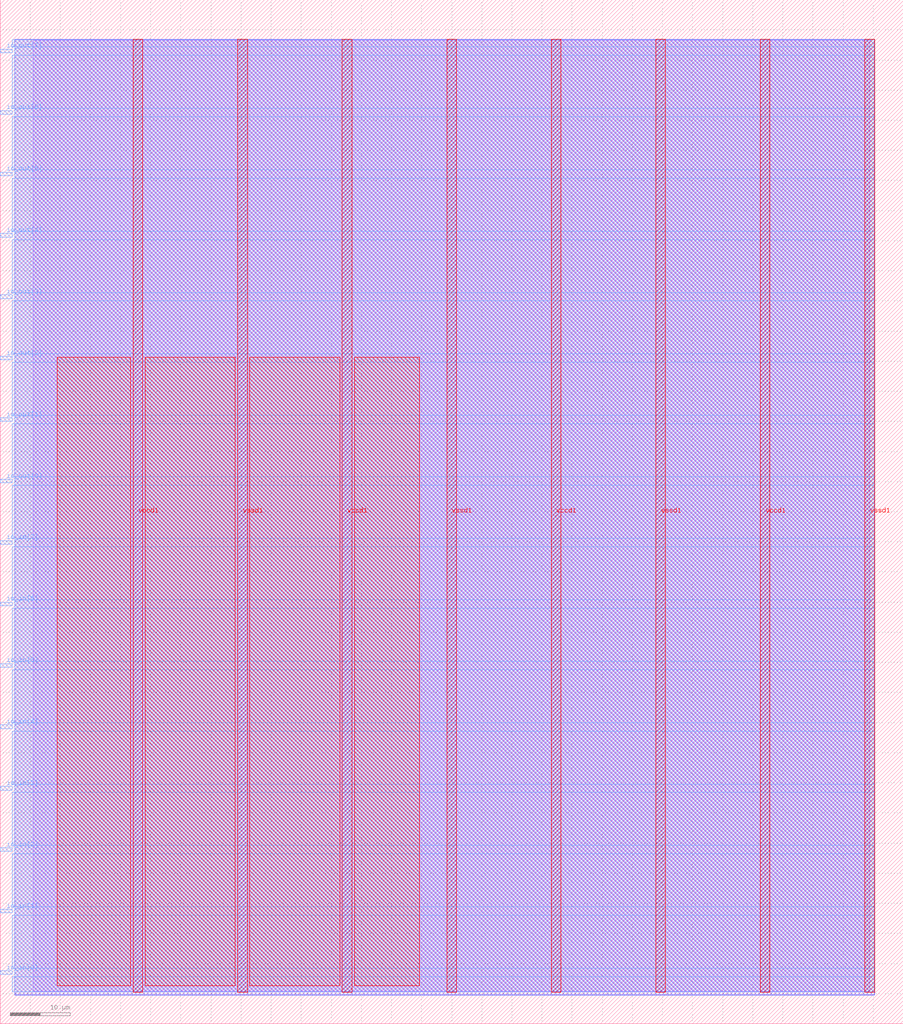
<source format=lef>
VERSION 5.7 ;
  NOWIREEXTENSIONATPIN ON ;
  DIVIDERCHAR "/" ;
  BUSBITCHARS "[]" ;
MACRO gregdavill_clock_top
  CLASS BLOCK ;
  FOREIGN gregdavill_clock_top ;
  ORIGIN 0.000 0.000 ;
  SIZE 150.000 BY 170.000 ;
  PIN io_in[0]
    DIRECTION INPUT ;
    USE SIGNAL ;
    PORT
      LAYER met3 ;
        RECT 0.000 8.200 2.000 8.800 ;
    END
  END io_in[0]
  PIN io_in[1]
    DIRECTION INPUT ;
    USE SIGNAL ;
    PORT
      LAYER met3 ;
        RECT 0.000 18.400 2.000 19.000 ;
    END
  END io_in[1]
  PIN io_in[2]
    DIRECTION INPUT ;
    USE SIGNAL ;
    PORT
      LAYER met3 ;
        RECT 0.000 28.600 2.000 29.200 ;
    END
  END io_in[2]
  PIN io_in[3]
    DIRECTION INPUT ;
    USE SIGNAL ;
    PORT
      LAYER met3 ;
        RECT 0.000 38.800 2.000 39.400 ;
    END
  END io_in[3]
  PIN io_in[4]
    DIRECTION INPUT ;
    USE SIGNAL ;
    PORT
      LAYER met3 ;
        RECT 0.000 49.000 2.000 49.600 ;
    END
  END io_in[4]
  PIN io_in[5]
    DIRECTION INPUT ;
    USE SIGNAL ;
    PORT
      LAYER met3 ;
        RECT 0.000 59.200 2.000 59.800 ;
    END
  END io_in[5]
  PIN io_in[6]
    DIRECTION INPUT ;
    USE SIGNAL ;
    PORT
      LAYER met3 ;
        RECT 0.000 69.400 2.000 70.000 ;
    END
  END io_in[6]
  PIN io_in[7]
    DIRECTION INPUT ;
    USE SIGNAL ;
    PORT
      LAYER met3 ;
        RECT 0.000 79.600 2.000 80.200 ;
    END
  END io_in[7]
  PIN io_out[0]
    DIRECTION OUTPUT TRISTATE ;
    USE SIGNAL ;
    PORT
      LAYER met3 ;
        RECT 0.000 89.800 2.000 90.400 ;
    END
  END io_out[0]
  PIN io_out[1]
    DIRECTION OUTPUT TRISTATE ;
    USE SIGNAL ;
    PORT
      LAYER met3 ;
        RECT 0.000 100.000 2.000 100.600 ;
    END
  END io_out[1]
  PIN io_out[2]
    DIRECTION OUTPUT TRISTATE ;
    USE SIGNAL ;
    PORT
      LAYER met3 ;
        RECT 0.000 110.200 2.000 110.800 ;
    END
  END io_out[2]
  PIN io_out[3]
    DIRECTION OUTPUT TRISTATE ;
    USE SIGNAL ;
    PORT
      LAYER met3 ;
        RECT 0.000 120.400 2.000 121.000 ;
    END
  END io_out[3]
  PIN io_out[4]
    DIRECTION OUTPUT TRISTATE ;
    USE SIGNAL ;
    PORT
      LAYER met3 ;
        RECT 0.000 130.600 2.000 131.200 ;
    END
  END io_out[4]
  PIN io_out[5]
    DIRECTION OUTPUT TRISTATE ;
    USE SIGNAL ;
    PORT
      LAYER met3 ;
        RECT 0.000 140.800 2.000 141.400 ;
    END
  END io_out[5]
  PIN io_out[6]
    DIRECTION OUTPUT TRISTATE ;
    USE SIGNAL ;
    PORT
      LAYER met3 ;
        RECT 0.000 151.000 2.000 151.600 ;
    END
  END io_out[6]
  PIN io_out[7]
    DIRECTION OUTPUT TRISTATE ;
    USE SIGNAL ;
    PORT
      LAYER met3 ;
        RECT 0.000 161.200 2.000 161.800 ;
    END
  END io_out[7]
  PIN vccd1
    DIRECTION INOUT ;
    USE POWER ;
    PORT
      LAYER met4 ;
        RECT 22.085 5.200 23.685 163.440 ;
    END
    PORT
      LAYER met4 ;
        RECT 56.815 5.200 58.415 163.440 ;
    END
    PORT
      LAYER met4 ;
        RECT 91.545 5.200 93.145 163.440 ;
    END
    PORT
      LAYER met4 ;
        RECT 126.275 5.200 127.875 163.440 ;
    END
  END vccd1
  PIN vssd1
    DIRECTION INOUT ;
    USE GROUND ;
    PORT
      LAYER met4 ;
        RECT 39.450 5.200 41.050 163.440 ;
    END
    PORT
      LAYER met4 ;
        RECT 74.180 5.200 75.780 163.440 ;
    END
    PORT
      LAYER met4 ;
        RECT 108.910 5.200 110.510 163.440 ;
    END
    PORT
      LAYER met4 ;
        RECT 143.640 5.200 145.240 163.440 ;
    END
  END vssd1
  OBS
      LAYER li1 ;
        RECT 5.520 5.355 144.440 163.285 ;
      LAYER met1 ;
        RECT 2.370 4.800 145.240 163.440 ;
      LAYER met2 ;
        RECT 2.390 4.770 145.210 163.385 ;
      LAYER met3 ;
        RECT 2.000 162.200 145.230 163.365 ;
        RECT 2.400 160.800 145.230 162.200 ;
        RECT 2.000 152.000 145.230 160.800 ;
        RECT 2.400 150.600 145.230 152.000 ;
        RECT 2.000 141.800 145.230 150.600 ;
        RECT 2.400 140.400 145.230 141.800 ;
        RECT 2.000 131.600 145.230 140.400 ;
        RECT 2.400 130.200 145.230 131.600 ;
        RECT 2.000 121.400 145.230 130.200 ;
        RECT 2.400 120.000 145.230 121.400 ;
        RECT 2.000 111.200 145.230 120.000 ;
        RECT 2.400 109.800 145.230 111.200 ;
        RECT 2.000 101.000 145.230 109.800 ;
        RECT 2.400 99.600 145.230 101.000 ;
        RECT 2.000 90.800 145.230 99.600 ;
        RECT 2.400 89.400 145.230 90.800 ;
        RECT 2.000 80.600 145.230 89.400 ;
        RECT 2.400 79.200 145.230 80.600 ;
        RECT 2.000 70.400 145.230 79.200 ;
        RECT 2.400 69.000 145.230 70.400 ;
        RECT 2.000 60.200 145.230 69.000 ;
        RECT 2.400 58.800 145.230 60.200 ;
        RECT 2.000 50.000 145.230 58.800 ;
        RECT 2.400 48.600 145.230 50.000 ;
        RECT 2.000 39.800 145.230 48.600 ;
        RECT 2.400 38.400 145.230 39.800 ;
        RECT 2.000 29.600 145.230 38.400 ;
        RECT 2.400 28.200 145.230 29.600 ;
        RECT 2.000 19.400 145.230 28.200 ;
        RECT 2.400 18.000 145.230 19.400 ;
        RECT 2.000 9.200 145.230 18.000 ;
        RECT 2.400 7.800 145.230 9.200 ;
        RECT 2.000 5.275 145.230 7.800 ;
      LAYER met4 ;
        RECT 9.495 6.295 21.685 110.665 ;
        RECT 24.085 6.295 39.050 110.665 ;
        RECT 41.450 6.295 56.415 110.665 ;
        RECT 58.815 6.295 69.625 110.665 ;
  END
END gregdavill_clock_top
END LIBRARY


</source>
